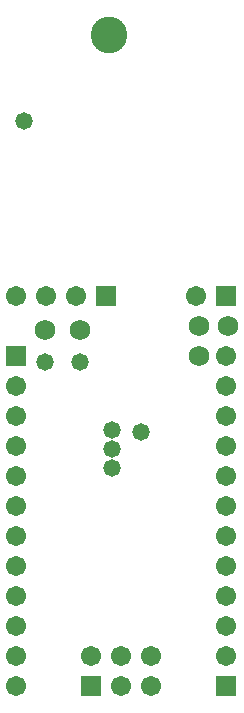
<source format=gbs>
G04 Layer_Color=16711935*
%FSLAX24Y24*%
%MOIN*%
G70*
G01*
G75*
%ADD39C,0.0680*%
%ADD40R,0.0671X0.0671*%
%ADD41C,0.0671*%
%ADD42R,0.0671X0.0671*%
%ADD43C,0.0580*%
%ADD44C,0.1220*%
D39*
X3533Y13071D02*
D03*
X2362D02*
D03*
X8465Y13189D02*
D03*
X7480Y12205D02*
D03*
Y13189D02*
D03*
D40*
X4386Y14205D02*
D03*
X3886Y1205D02*
D03*
X8386Y14205D02*
D03*
D41*
X3386D02*
D03*
X2386D02*
D03*
X1386D02*
D03*
X5886Y2205D02*
D03*
Y1205D02*
D03*
X4886Y2205D02*
D03*
Y1205D02*
D03*
X3886Y2205D02*
D03*
X1386Y11205D02*
D03*
Y10205D02*
D03*
Y9205D02*
D03*
Y8205D02*
D03*
Y7205D02*
D03*
Y6205D02*
D03*
Y5205D02*
D03*
Y4205D02*
D03*
Y3205D02*
D03*
Y2205D02*
D03*
Y1205D02*
D03*
X8386Y2205D02*
D03*
Y3205D02*
D03*
Y4205D02*
D03*
Y5205D02*
D03*
Y6205D02*
D03*
Y7205D02*
D03*
Y8205D02*
D03*
Y9205D02*
D03*
Y10205D02*
D03*
Y11205D02*
D03*
Y12205D02*
D03*
X7386Y14205D02*
D03*
D42*
X1386Y12205D02*
D03*
X8386Y1205D02*
D03*
D43*
X2352Y11998D02*
D03*
X3533D02*
D03*
X4606Y9724D02*
D03*
X4606Y9094D02*
D03*
Y8465D02*
D03*
X5551Y9685D02*
D03*
X1672Y20039D02*
D03*
D44*
X4488Y22913D02*
D03*
M02*

</source>
